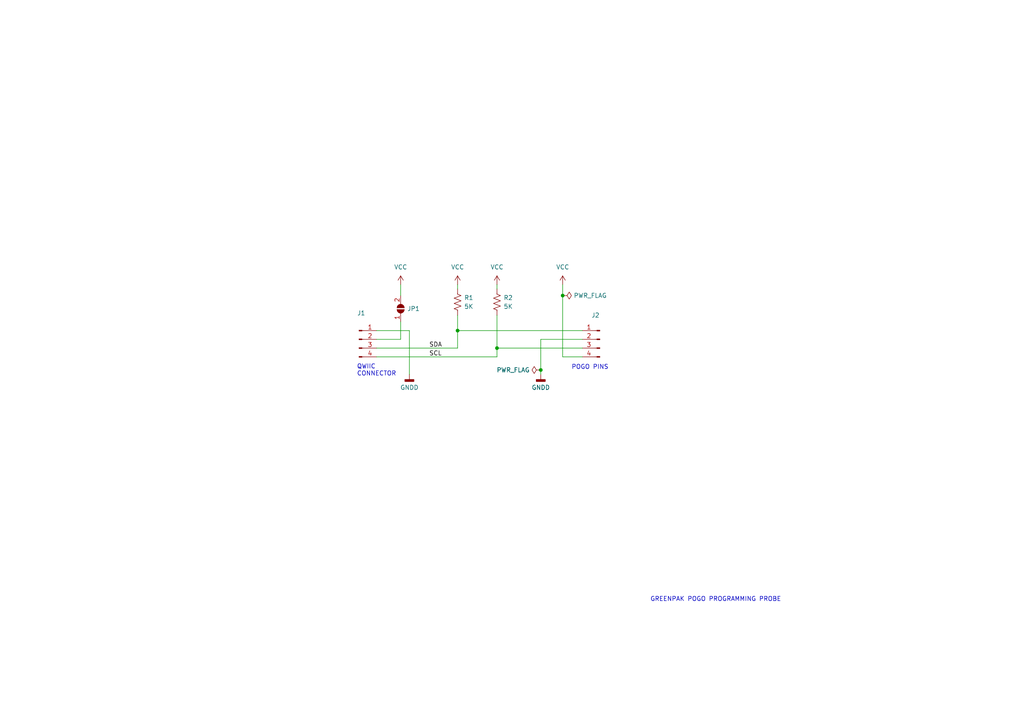
<source format=kicad_sch>
(kicad_sch (version 20230121) (generator eeschema)
  (paper "A4")
  (lib_symbols
    (symbol "Connector:Conn_01x04_Pin" (pin_names (offset 1.016) hide)
      (property "Reference" "J" (at 0 5.08 0))
      (property "Value" "Conn_01x04_Pin" (at 0 -7.62 0))
      (symbol "Conn_01x04_Pin_1_1"
        (polyline (pts (xy 1.27 -5.08) (xy 0.8636 -5.08)) (stroke (width 0.1524)))
        (polyline (pts (xy 1.27 -2.54) (xy 0.8636 -2.54)) (stroke (width 0.1524)))
        (polyline (pts (xy 1.27 0) (xy 0.8636 0)) (stroke (width 0.1524)))
        (polyline (pts (xy 1.27 2.54) (xy 0.8636 2.54)) (stroke (width 0.1524)))
        (rectangle (start 0.8636 -4.953) (end 0 -5.207) (stroke (width 0.1524)) (fill (type outline)))
        (rectangle (start 0.8636 -2.413) (end 0 -2.667) (stroke (width 0.1524)) (fill (type outline)))
        (rectangle (start 0.8636 0.127) (end 0 -0.127) (stroke (width 0.1524)) (fill (type outline)))
        (rectangle (start 0.8636 2.667) (end 0 2.413) (stroke (width 0.1524)) (fill (type outline)))
        (pin passive line (at 5.08 2.54 180) (length 3.81) (name "Pin_1") (number "1"))
        (pin passive line (at 5.08 0 180) (length 3.81) (name "Pin_2") (number "2"))
        (pin passive line (at 5.08 -2.54 180) (length 3.81) (name "Pin_3") (number "3"))
        (pin passive line (at 5.08 -5.08 180) (length 3.81) (name "Pin_4") (number "4"))
      )
    )
    (symbol "Device:R_US" (pin_numbers hide) (pin_names (offset 0))
      (property "Reference" "R" (at 2.54 0 90))
      (property "Value" "R_US" (at -2.54 0 90))
      (symbol "R_US_0_1"
        (polyline (pts (xy 0 -2.286) (xy 0 -2.54)))
        (polyline (pts (xy 0 2.286) (xy 0 2.54)))
        (polyline (pts (xy 0 -0.762) (xy 1.016 -1.143) (xy 0 -1.524) (xy -1.016 -1.905) (xy 0 -2.286)))
        (polyline (pts (xy 0 0.762) (xy 1.016 0.381) (xy 0 0) (xy -1.016 -0.381) (xy 0 -0.762)))
        (polyline (pts (xy 0 2.286) (xy 1.016 1.905) (xy 0 1.524) (xy -1.016 1.143) (xy 0 0.762)))
      )
      (symbol "R_US_1_1"
        (pin passive line (at 0 3.81 270) (length 1.27) (name "~") (number "1"))
        (pin passive line (at 0 -3.81 90) (length 1.27) (name "~") (number "2"))
      )
    )
    (symbol "Jumper:SolderJumper_2_Open" (pin_names (offset 0) hide)
      (property "Reference" "JP" (at 0 2.032 0))
      (property "Value" "SolderJumper_2_Open" (at 0 -2.54 0))
      (symbol "SolderJumper_2_Open_0_1"
        (arc (start -0.254 1.016) (mid -1.2656 0) (end -0.254 -1.016))
        (arc (start -0.254 1.016) (mid -1.2656 0) (end -0.254 -1.016) (fill (type outline)))
        (polyline (pts (xy -0.254 1.016) (xy -0.254 -1.016)))
        (polyline (pts (xy 0.254 1.016) (xy 0.254 -1.016)))
        (arc (start 0.254 -1.016) (mid 1.2656 0) (end 0.254 1.016))
        (arc (start 0.254 -1.016) (mid 1.2656 0) (end 0.254 1.016) (fill (type outline)))
      )
      (symbol "SolderJumper_2_Open_1_1"
        (pin passive line (at -3.81 0 0) (length 2.54) (name "A") (number "1"))
        (pin passive line (at 3.81 0 180) (length 2.54) (name "B") (number "2"))
      )
    )
    (symbol "power:GNDD" (power) (pin_names (offset 0))
      (property "Value" "GNDD" (at 0 -3.175 0))
      (symbol "GNDD_0_1"
        (rectangle (start -1.27 -1.524) (end 1.27 -2.032) (stroke (width 0.254)) (fill (type outline)))
        (polyline (pts (xy 0 0) (xy 0 -1.524)))
      )
      (symbol "GNDD_1_1"
        (pin power_in line (at 0 0 270) (length 0) hide (name "GNDD") (number "1"))
      )
    )
    (symbol "power:PWR_FLAG" (power) (pin_numbers hide) (pin_names (offset 0) hide)
      (property "Value" "PWR_FLAG" (at 0 3.81 0))
      (symbol "PWR_FLAG_0_0"
        (pin power_out line (at 0 0 90) (length 0) (name "pwr") (number "1"))
      )
      (symbol "PWR_FLAG_0_1"
        (polyline (pts (xy 0 0) (xy 0 1.27) (xy -1.016 1.905) (xy 0 2.54) (xy 1.016 1.905) (xy 0 1.27)))
      )
    )
    (symbol "power:VCC" (power) (pin_names (offset 0))
      (property "Value" "VCC" (at 0 3.81 0))
      (symbol "VCC_0_1"
        (polyline (pts (xy -0.762 1.27) (xy 0 2.54)))
        (polyline (pts (xy 0 0) (xy 0 2.54)))
        (polyline (pts (xy 0 2.54) (xy 0.762 1.27)))
      )
      (symbol "VCC_1_1"
        (pin power_in line (at 0 0 90) (length 0) hide (name "VCC") (number "1"))
      )
    )
  )
  (junction (at 132.715 95.885))
  (junction (at 144.145 100.965))
  (junction (at 156.845 107.315))
  (junction (at 163.195 85.725))
  (wire (pts (xy 132.715 82.55) (xy 132.715 83.82)))
  (wire (pts (xy 109.22 98.425) (xy 116.205 98.425)))
  (wire (pts (xy 109.22 100.965) (xy 132.715 100.965)))
  (wire (pts (xy 132.715 91.44) (xy 132.715 95.885)))
  (wire (pts (xy 116.205 82.55) (xy 116.205 85.725)))
  (wire (pts (xy 109.22 103.505) (xy 144.145 103.505)))
  (wire (pts (xy 168.91 103.505) (xy 163.195 103.505)))
  (wire (pts (xy 132.715 95.885) (xy 168.91 95.885)))
  (wire (pts (xy 116.205 98.425) (xy 116.205 93.345)))
  (wire (pts (xy 109.22 95.885) (xy 118.745 95.885)))
  (wire (pts (xy 132.715 95.885) (xy 132.715 100.965)))
  (wire (pts (xy 118.745 95.885) (xy 118.745 108.585)))
  (wire (pts (xy 163.195 85.725) (xy 163.195 103.505)))
  (wire (pts (xy 144.145 91.44) (xy 144.145 100.965)))
  (wire (pts (xy 163.195 82.55) (xy 163.195 85.725)))
  (wire (pts (xy 168.91 98.425) (xy 156.845 98.425)))
  (wire (pts (xy 156.845 107.315) (xy 156.845 108.585)))
  (wire (pts (xy 156.845 98.425) (xy 156.845 107.315)))
  (wire (pts (xy 144.145 100.965) (xy 168.91 100.965)))
  (wire (pts (xy 144.145 100.965) (xy 144.145 103.505)))
  (wire (pts (xy 144.145 82.55) (xy 144.145 83.82)))
  (text "GREENPAK POGO PROGRAMMING PROBE" (at 188.595 174.625 0) (effects (font (size 1.27 1.27)) (justify left bottom)))
  (text "QWIIC\nCONNECTOR" (at 103.505 109.22 0) (effects (font (size 1.27 1.27)) (justify left bottom)))
  (text "POGO PINS" (at 165.735 107.315 0) (effects (font (size 1.27 1.27)) (justify left bottom)))
  (label "SDA" (at 124.46 100.965 0))
  (label "SCL" (at 124.46 103.505 0))
  (symbol (lib_id "power:PWR_FLAG") (at 156.845 107.315 90) (unit 1)
    (property "Reference" "#FLG01" (effects hide))
    (property "Value" "PWR_FLAG" (at 153.67 107.315 90) (effects (justify left)))
  )
  (symbol (lib_id "Connector:Conn_01x04_Pin") (at 173.99 98.425 0) (mirror y) (unit 1)
    (property "Reference" "J2" (at 172.72 91.44 0))
    (property "Value" "GREENPAK_POGO_PINS" (effects hide))
    (property "Footprint" "greenpak_pogo:GREENPAK_POGO_PINS" (effects hide))
  )
  (symbol (lib_id "power:PWR_FLAG") (at 163.195 85.725 270) (mirror x) (unit 1)
    (property "Reference" "#FLG02" (effects hide))
    (property "Value" "PWR_FLAG" (at 166.37 85.725 90) (effects (justify left)))
  )
  (symbol (lib_id "power:GNDD") (at 156.845 108.585 0) (unit 1)
    (property "Reference" "#PWR03" (effects hide))
    (property "Value" "GNDD" (at 156.845 112.395 0))
  )
  (symbol (lib_id "power:VCC") (at 132.715 82.55 0) (unit 1)
    (property "Reference" "#PWR04" (effects hide))
    (property "Value" "VCC" (at 132.715 77.47 0))
  )
  (symbol (lib_id "Connector:Conn_01x04_Pin") (at 104.14 98.425 0) (unit 1)
    (property "Reference" "J1" (at 104.775 90.805 0))
    (property "Value" "JST_SH_SM04B-SRSS-TB_1x04-1MP_P1.00mm_Horizontal" (effects hide))
    (property "Footprint" "greenpak_pogo:JST_SH_SM04B-SRSS-TB_1x04-1MP_P1.00mm_Horizontal" (effects hide))
  )
  (symbol (lib_id "Device:R_US") (at 132.715 87.63 0) (unit 1)
    (property "Reference" "R1" (at 134.62 86.36 0) (effects (justify left)))
    (property "Value" "5K" (at 134.62 88.9 0) (effects (justify left)))
    (property "Footprint" "greenpak_pogo:R_0402_1005Metric" (effects hide))
  )
  (symbol (lib_id "power:VCC") (at 116.205 82.55 0) (unit 1)
    (property "Reference" "#PWR02" (effects hide))
    (property "Value" "VCC" (at 116.205 77.47 0))
  )
  (symbol (lib_id "power:VCC") (at 144.145 82.55 0) (unit 1)
    (property "Reference" "#PWR06" (effects hide))
    (property "Value" "VCC" (at 144.145 77.47 0))
  )
  (symbol (lib_id "Device:R_US") (at 144.145 87.63 0) (unit 1)
    (property "Reference" "R2" (at 146.05 86.36 0) (effects (justify left)))
    (property "Value" "5K" (at 146.05 88.9 0) (effects (justify left)))
    (property "Footprint" "greenpak_pogo:R_0402_1005Metric" (effects hide))
  )
  (symbol (lib_id "power:VCC") (at 163.195 82.55 0) (unit 1)
    (property "Reference" "#PWR05" (effects hide))
    (property "Value" "VCC" (at 163.195 77.47 0))
  )
  (symbol (lib_id "power:GNDD") (at 118.745 108.585 0) (unit 1)
    (property "Reference" "#PWR01" (effects hide))
    (property "Value" "GNDD" (at 118.745 112.395 0))
  )
  (symbol (lib_id "Jumper:SolderJumper_2_Open") (at 116.205 89.535 90) (unit 1)
    (property "Reference" "JP1" (at 118.11 89.535 90) (effects (justify right)))
    (property "Value" "SOLDER_JUMPER" (effects hide))
    (property "Footprint" "greenpak_pogo:SOLDER_JUMPER" (effects hide))
  )
)
</source>
